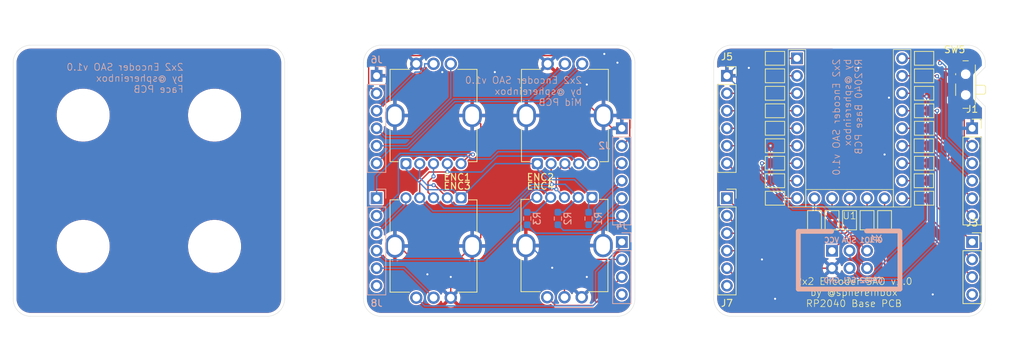
<source format=kicad_pcb>
(kicad_pcb (version 20240108) (generator "pcbnew") (generator_version "8.0")
  (layers (0 "F.Cu" signal) (31 "B.Cu" signal) (34 "B.Paste" user) (35 "F.Paste" user) (36 "B.SilkS" user "B.Silkscreen") (37 "F.SilkS" user "F.Silkscreen") (38 "B.Mask" user) (39 "F.Mask" user) (44 "Edge.Cuts" user))
  (net 0 "")
  (net 1 "GND")
  (net 2 "3v3")
  (net 3 "Net-(J1-Pin_4)")
  (net 4 "Net-(J1-Pin_3)")
  (net 5 "Net-(J1-Pin_5)")
  (net 6 "Net-(J1-Pin_6)")
  (net 10 "Net-(JP1-B)")
  (net 11 "Net-(JP2-B)")
  (net 12 "Net-(JP3-B)")
  (net 13 "Net-(JP4-B)")
  (net 14 "Net-(JP5-B)")
  (net 15 "Net-(JP6-B)")
  (net 16 "/SAO_GPIO1")
  (net 17 "Net-(JP7-B)")
  (net 18 "/SAO_GPIO2")
  (net 19 "Net-(JP8-B)")
  (net 20 "Net-(JP9-B)")
  (net 21 "Net-(JP10-B)")
  (net 22 "Net-(JP11-B)")
  (net 23 "Net-(JP12-B)")
  (net 24 "Net-(JP13-B)")
  (net 25 "Net-(JP14-B)")
  (net 26 "Net-(JP15-A)")
  (net 27 "Net-(JP16-A)")
  (net 28 "/SDA")
  (net 29 "Net-(JP17-A)")
  (net 30 "/SCL")
  (net 31 "Net-(JP18-A)")
  (net 32 "Net-(JP19-A)")
  (net 33 "Net-(JP20-A)")
  (net 34 "Net-(JP21-A)")
  (net 35 "Net-(JP22-A)")
  (net 36 "Net-(JP23-A)")
  (net 37 "Net-(SW5-C)")
  (net 39 "Net-(J3-Pin_1)")
  (net 40 "Net-(J3-Pin_3)")
  (net 41 "Net-(J3-Pin_2)")
  (net 42 "Net-(J5-Pin_5)")
  (net 43 "Net-(J5-Pin_3)")
  (net 44 "Net-(J5-Pin_4)")
  (net 45 "Net-(J5-Pin_6)")
  (net 46 "Net-(J7-Pin_1)")
  (net 48 "Net-(J7-Pin_5)")
  (net 49 "Net-(J7-Pin_4)")
  (net 50 "Net-(J7-Pin_3)")
  (net 51 "Net-(J7-Pin_2)")
  (net 53 "/ENC1A")
  (net 54 "/ENC1B")
  (net 55 "/ENC_SHARED_RED_CATHODE")
  (net 56 "/ENC_SHARED_GREEN_CATHODE")
  (net 57 "/ENC1POS")
  (net 58 "/ENC_SHARED_BLUE_CATHODE")
  (net 59 "/ENC_SHARED_BTN")
  (net 60 "/ENC2POS")
  (net 61 "/ENC2A")
  (net 62 "/ENC2B")
  (net 63 "/ENC3B")
  (net 64 "/ENC3A")
  (net 65 "/ENC4B")
  (net 66 "/ENC4POS")
  (net 67 "/ENC4A")
  (net 68 "/ENC3POS")
  (net 69 "Net-(J2-Pin_4)")
  (net 70 "Net-(J2-Pin_5)")
  (net 71 "Net-(J2-Pin_6)")
  (footprint "Jumper:SolderJumper-2_P1.3mm_Bridged2Bar_Pad1.0x1.5mm" (layer "F.Cu") (at 166.99 43.18)
    (property "Reference" "JP5" (hide yes))
    (property "Value" "SolderJumper_2_Bridged" (hide yes))
  )
  (footprint "RotaryEncoder_Bourns:RotaryEncoder_Bourns_Vertical_PEL12T-4x25S-Sxxxx" (layer "F.Cu") (at 140.461 53.213 -90)
    (property "Reference" "ENC4")
    (property "Value" "RotaryEncoder_Bourns_PEL12T")
  )
  (footprint "Jumper:SolderJumper-2_P1.3mm_Bridged2Bar_Pad1.0x1.5mm" (layer "F.Cu") (at 180.34 56.53 90)
    (property "Reference" "JP13" (hide yes))
    (property "Value" "SolderJumper_2_Bridged" (hide yes))
  )
  (footprint "Connector_PinSocket_2.54mm:PinSocket_1x06_P2.54mm_Vertical" (layer "F.Cu") (at 160.02 53.34)
    (property "Reference" "J7")
    (property "Value" "Conn_01x06_Socket")
  )
  (footprint "Jumper:SolderJumper-2_P1.3mm_Bridged2Bar_Pad1.0x1.5mm" (layer "F.Cu") (at 188.61 53.34)
    (property "Reference" "JP23" (hide yes))
    (property "Value" "SolderJumper_2_Bridged" (hide yes))
  )
  (footprint "Jumper:SolderJumper-2_P1.3mm_Bridged2Bar_Pad1.0x1.5mm" (layer "F.Cu") (at 188.61 38.1)
    (property "Reference" "JP17" (hide yes))
    (property "Value" "SolderJumper_2_Bridged" (hide yes))
  )
  (footprint "Jumper:SolderJumper-2_P1.3mm_Bridged2Bar_Pad1.0x1.5mm" (layer "F.Cu") (at 166.99 33.02)
    (property "Reference" "JP1" (hide yes))
    (property "Value" "SolderJumper_2_Bridged" (hide yes))
  )
  (footprint "kikit:Board" (layer "F.Cu") (at 127.635 31.115)
    (property "Reference" "REF_MIDDLE")
    (property "Value" "Board")
  )
  (footprint "Simple_Addon_v2:Simple_Addon_v2-SAO-2x3" (layer "F.Cu") (at 177.74 62.21)
    (property "Reference" "X1")
    (property "Value" "Simple_Addon_v2")
  )
  (footprint "Jumper:SolderJumper-2_P1.3mm_Bridged2Bar_Pad1.0x1.5mm" (layer "F.Cu") (at 166.99 40.64)
    (property "Reference" "JP4" (hide yes))
    (property "Value" "SolderJumper_2_Bridged" (hide yes))
  )
  (footprint "2x2-SAO:MountingHole_7.2mm" (layer "F.Cu") (at 85.725 60.325)
    (property "Reference" "REF**3" (hide yes))
    (property "Value" "MountingHole_7.2mm" (hide yes))
  )
  (footprint "kikit:Board" (layer "F.Cu") (at 75.565 31.115)
    (property "Reference" "REF_TOP")
    (property "Value" "Board")
  )
  (footprint "Jumper:SolderJumper-2_P1.3mm_Bridged2Bar_Pad1.0x1.5mm" (layer "F.Cu") (at 166.99 35.56)
    (property "Reference" "JP2" (hide yes))
    (property "Value" "SolderJumper_2_Bridged" (hide yes))
  )
  (footprint "Jumper:SolderJumper-2_P1.3mm_Bridged2Bar_Pad1.0x1.5mm" (layer "F.Cu") (at 188.58 50.8)
    (property "Reference" "JP22" (hide yes))
    (property "Value" "SolderJumper_2_Bridged" (hide yes))
  )
  (footprint "kikit:Board" (layer "F.Cu") (at 177.8 31.115)
    (property "Reference" "REF_BOTTOM")
    (property "Value" "Board")
  )
  (footprint "RotaryEncoder_Bourns:RotaryEncoder_Bourns_Vertical_PEL12T-4x25S-Sxxxx" (layer "F.Cu") (at 121.475 53.279 -90)
    (property "Reference" "ENC3")
    (property "Value" "RotaryEncoder_Bourns_PEL12T")
  )
  (footprint "2x2-SAO:MountingHole_7.2mm" (layer "F.Cu") (at 66.675 41.275)
    (property "Reference" "REF**" (hide yes))
    (property "Value" "MountingHole_7.2mm" (hide yes))
  )
  (footprint "2x2-SAO:MountingHole_7.2mm" (layer "F.Cu") (at 66.675 60.325)
    (property "Reference" "REF**2" (hide yes))
    (property "Value" "MountingHole_7.2mm" (hide yes))
  )
  (footprint "Jumper:SolderJumper-2_P1.3mm_Bridged2Bar_Pad1.0x1.5mm" (layer "F.Cu") (at 172.72 56.53 90)
    (property "Reference" "JP10" (hide yes))
    (property "Value" "SolderJumper_2_Bridged" (hide yes))
  )
  (footprint "WaveShare-RP2040:RP2040-Zero-PinHeaders" (layer "F.Cu") (at 177.8 43.18)
    (property "Reference" "U1")
    (property "Value" "RP2040-Zero")
  )
  (footprint "Jumper:SolderJumper-2_P1.3mm_Bridged2Bar_Pad1.0x1.5mm" (layer "F.Cu") (at 188.61 43.18)
    (property "Reference" "JP19" (hide yes))
    (property "Value" "SolderJumper_2_Bridged" (hide yes))
  )
  (footprint "Connector_PinSocket_2.54mm:PinSocket_1x04_P2.54mm_Vertical" (layer "F.Cu") (at 195.58 59.69)
    (property "Reference" "J3")
    (property "Value" "Conn_01x04_Socket")
  )
  (footprint "Jumper:SolderJumper-2_P1.3mm_Bridged2Bar_Pad1.0x1.5mm" (layer "F.Cu") (at 166.99 48.26)
    (property "Reference" "JP7" (hide yes))
    (property "Value" "SolderJumper_2_Bridged" (hide yes))
  )
  (footprint "Jumper:SolderJumper-2_P1.3mm_Bridged2Bar_Pad1.0x1.5mm" (layer "F.Cu") (at 188.61 40.64)
    (property "Reference" "JP18" (hide yes))
    (property "Value" "SolderJumper_2_Bridged" (hide yes))
  )
  (footprint "RotaryEncoder_Bourns:RotaryEncoder_Bourns_Vertical_PEL12T-4x25S-Sxxxx" (layer "F.Cu") (at 132.525 48.321 90)
    (property "Reference" "ENC2")
    (property "Value" "RotaryEncoder_Bourns_PEL12T")
  )
  (footprint "Connector_PinSocket_2.54mm:PinSocket_1x06_P2.54mm_Vertical" (layer "F.Cu") (at 160.02 35.56)
    (property "Reference" "J5")
    (property "Value" "Conn_01x06_Socket" (hide yes))
  )
  (footprint "2x2-SAO:MountingHole_7.2mm" (layer "F.Cu") (at 85.725 41.275)
    (property "Reference" "REF**1" (hide yes))
    (property "Value" "MountingHole_7.2mm" (hide yes))
  )
  (footprint "Jumper:SolderJumper-2_P1.3mm_Bridged2Bar_Pad1.0x1.5mm" (layer "F.Cu") (at 182.88 56.53 90)
    (property "Reference" "JP14" (hide yes))
    (property "Value" "SolderJumper_2_Bridged" (hide yes))
  )
  (footprint "Connector_PinSocket_2.54mm:PinSocket_1x06_P2.54mm_Vertical" (layer "F.Cu") (at 195.58 43.18)
    (property "Reference" "J1")
    (property "Value" "Conn_01x06_Socket")
  )
  (footprint "RotaryEncoder_Bourns:RotaryEncoder_Bourns_Vertical_PEL12T-4x25S-Sxxxx" (layer "F.Cu") (at 113.475 48.321 90)
    (property "Reference" "ENC1")
    (property "Value" "RotaryEncoder_Bourns_PEL12T")
  )
  (footprint "Jumper:SolderJumper-2_P1.3mm_Bridged2Bar_Pad1.0x1.5mm" (layer "F.Cu") (at 188.61 48.26)
    (property "Reference" "JP21" (hide yes))
    (property "Value" "SolderJumper_2_Bridged" (hide yes))
  )
  (footprint "Jumper:SolderJumper-2_P1.3mm_Bridged2Bar_Pad1.0x1.5mm" (layer "F.Cu") (at 175.26 56.53 90)
    (property "Reference" "JP11" (hide yes))
    (property "Value" "SolderJumper_2_Bridged" (hide yes))
  )
  (footprint "Jumper:SolderJumper-2_P1.3mm_Bridged2Bar_Pad1.0x1.5mm" (layer "F.Cu") (at 166.99 53.34)
    (property "Reference" "JP9" (hide yes))
    (property "Value" "SolderJumper_2_Bridged" (hide yes))
  )
  (footprint "Jumper:SolderJumper-2_P1.3mm_Bridged2Bar_Pad1.0x1.5mm" (layer "F.Cu") (at 177.8 56.53 90)
    (property "Reference" "JP12" (hide yes))
    (property "Value" "SolderJumper_2_Bridged" (hide yes))
  )
  (footprint "Jumper:SolderJumper-2_P1.3mm_Bridged2Bar_Pad1.0x1.5mm" (layer "F.Cu") (at 188.61 33.02)
    (property "Reference" "JP15" (hide yes))
    (property "Value" "SolderJumper_2_Bridged" (hide yes))
  )
  (footprint "Jumper:SolderJumper-2_P1.3mm_Bridged2Bar_Pad1.0x1.5mm" (layer "F.Cu") (at 166.99 38.1)
    (property "Reference" "JP3" (hide yes))
    (property "Value" "SolderJumper_2_Bridged" (hide yes))
  )
  (footprint "Jumper:SolderJumper-2_P1.3mm_Bridged2Bar_Pad1.0x1.5mm" (layer "F.Cu") (at 166.99 50.8)
    (property "Reference" "JP8" (hide yes))
    (property "Value" "SolderJumper_2_Bridged" (hide yes))
  )
  (footprint "Jumper:SolderJumper-2_P1.3mm_Bridged2Bar_Pad1.0x1.5mm" (layer "F.Cu") (at 188.58 45.72)
    (property "Reference" "JP20" (hide yes))
    (property "Value" "SolderJumper_2_Bridged" (hide yes))
  )
  (footprint "Jumper:SolderJumper-2_P1.3mm_Bridged2Bar_Pad1.0x1.5mm" (layer "F.Cu") (at 188.61 35.56)
    (property "Reference" "JP16" (hide yes))
    (property "Value" "SolderJumper_2_Bridged" (hide yes))
  )
  (footprint "Jumper:SolderJumper-2_P1.3mm_Bridged2Bar_Pad1.0x1.5mm" (layer "F.Cu") (at 166.99 45.72)
    (property "Reference" "JP6" (hide yes))
    (property "Value" "SolderJumper_2_Bridged" (hide yes))
  )
  (footprint "Button_Switch_SMD:SW_SPDT_PCM12" (layer "F.Cu") (at 194.31 36.83 90)
    (property "Reference" "SW5")
    (property "Value" "SW_SPDT")
  )
  (footprint "Connector_PinHeader_2.54mm:PinHeader_1x06_P2.54mm_Vertical" (layer "B.Cu") (at 109.22 35.56 180)
    (property "Reference" "J6")
    (property "Value" "Conn_01x06_Pin")
  )
  (footprint "Connector_PinHeader_2.54mm:PinHeader_1x04_P2.54mm_Vertical" (layer "B.Cu") (at 144.78 59.69 180)
    (property "Reference" "J4")
    (property "Value" "Conn_01x04_Pin")
  )
  (footprint "Resistor_SMD:R_0603_1608Metric_Pad0.98x0.95mm_HandSolder" (layer "B.Cu") (at 139.954 56.2845 90)
    (property "Reference" "R1")
    (property "Value" "52R")
  )
  (footprint "Connector_PinHeader_2.54mm:PinHeader_1x06_P2.54mm_Vertical" (layer "B.Cu") (at 144.78 43.18 180)
    (property "Reference" "J2")
    (property "Value" "Conn_01x06_Pin")
  )
  (footprint "Resistor_SMD:R_0603_1608Metric_Pad0.98x0.95mm_HandSolder" (layer "B.Cu") (at 135.509 56.2845 90)
    (property "Reference" "R2")
    (property "Value" "0R")
  )
  (footprint "Connector_PinHeader_2.54mm:PinHeader_1x06_P2.54mm_Vertical" (layer "B.Cu") (at 109.22 53.34 180)
    (property "Reference" "J8")
    (property "Value" "Conn_01x06_Pin" (hide yes))
  )
  (footprint "Resistor_SMD:R_0603_1608Metric_Pad0.98x0.95mm_HandSolder" (layer "B.Cu") (at 131.064 56.2845 90)
    (property "Reference" "R3")
    (property "Value" "0R")
  )
  (gr_arc (start 146.685 67.945) (mid 145.941051 69.741051) (end 144.145 70.485) (stroke (width 0.05)) (layer "Edge.Cuts"))
  (gr_line (start 194.945 70.485) (end 160.655 70.485) (stroke (width 0.05)) (layer "Edge.Cuts"))
  (gr_line (start 160.655 31.115) (end 194.945 31.115) (stroke (width 0.05)) (layer "Edge.Cuts"))
  (gr_arc (start 194.945 31.115) (mid 196.741051 31.858949) (end 197.485 33.655) (stroke (width 0.05)) (layer "Edge.Cuts"))
  (gr_line (start 93.345 70.485) (end 59.055 70.485) (stroke (width 0.05)) (layer "Edge.Cuts"))
  (gr_line (start 56.515 67.945) (end 56.515 33.655) (stroke (width 0.05)) (layer "Edge.Cuts"))
  (gr_line (start 109.855 31.115) (end 144.145 31.115) (stroke (width 0.05)) (layer "Edge.Cuts"))
  (gr_line (start 146.685 33.655) (end 146.685 67.945) (stroke (width 0.05)) (layer "Edge.Cuts"))
  (gr_line (start 197.485 33.655) (end 197.485 34.29) (stroke (width 0.05)) (layer "Edge.Cuts"))
  (gr_line (start 107.315 67.945) (end 107.315 33.655) (stroke (width 0.05)) (layer "Edge.Cuts"))
  (gr_arc (start 160.655 70.485) (mid 158.858949 69.741051) (end 158.115 67.945) (stroke (width 0.05)) (layer "Edge.Cuts"))
  (gr_arc (start 95.885 67.945) (mid 95.141051 69.741051) (end 93.345 70.485) (stroke (width 0.05)) (layer "Edge.Cuts"))
  (gr_arc (start 107.315 33.655) (mid 108.058949 31.858949) (end 109.855 31.115) (stroke (width 0.05)) (layer "Edge.Cuts"))
  (gr_line (start 59.055 31.115) (end 93.345 31.115) (stroke (width 0.05)) (layer "Edge.Cuts"))
  (gr_arc (start 144.145 31.115) (mid 145.941051 31.858949) (end 146.685 33.655) (stroke (width 0.05)) (layer "Edge.Cuts"))
  (gr_arc (start 59.055 70.485) (mid 57.258949 69.741051) (end 56.515 67.945) (stroke (width 0.05)) (layer "Edge.Cuts"))
  (gr_arc (start 56.515 33.655) (mid 57.258949 31.858949) (end 59.055 31.115) (stroke (width 0.05)) (layer "Edge.Cuts"))
  (gr_line (start 196.215 35.56) (end 196.215 38.735) (stroke (width 0.05)) (layer "Edge.Cuts"))
  (gr_arc (start 158.115 33.655) (mid 158.858949 31.858949) (end 160.655 31.115) (stroke (width 0.05)) (layer "Edge.Cuts"))
  (gr_line (start 197.485 40.005) (end 197.485 67.945) (stroke (width 0.05)) (layer "Edge.Cuts"))
  (gr_line (start 197.485 34.29) (end 196.215 35.56) (stroke (width 0.05)) (layer "Edge.Cuts"))
  (gr_line (start 144.145 70.485) (end 109.855 70.485) (stroke (width 0.05)) (layer "Edge.Cuts"))
  (gr_arc (start 109.855 70.485) (mid 108.058949 69.741051) (end 107.315 67.945) (stroke (width 0.05)) (layer "Edge.Cuts"))
  (gr_line (start 158.115 67.945) (end 158.115 33.655) (stroke (width 0.05)) (layer "Edge.Cuts"))
  (gr_arc (start 93.345 31.115) (mid 95.141051 31.858949) (end 95.885 33.655) (stroke (width 0.05)) (layer "Edge.Cuts"))
  (gr_line (start 95.885 33.655) (end 95.885 67.945) (stroke (width 0.05)) (layer "Edge.Cuts"))
  (gr_arc (start 197.485 67.945) (mid 196.741051 69.741051) (end 194.945 70.485) (stroke (width 0.05)) (layer "Edge.Cuts"))
  (gr_line (start 196.215 38.735) (end 197.485 40.005) (stroke (width 0.05)) (layer "Edge.Cuts"))
  (gr_text "2x2 Encoder SAO v1.0\nby @sphereinbox\nMid PCB" (at 139.065 40.005 0) (layer "B.SilkS") (effects (font (size 1 1) (thickness 0.1)) (justify left bottom mirror)))
  (gr_text "2x2 Encoder SAO v1.0\nby @sphereinbox\nFace PCB" (at 81.28 38.1 0) (layer "B.SilkS") (effects (font (size 1 1) (thickness 0.1)) (justify left bottom mirror)))
  (gr_text "2x2 Encoder SAO v1.0\nby @sphereinbox\nRP2040 Base PCB" (at 179.705 33.02 90) (layer "B.SilkS") (effects (font (size 1 1) (thickness 0.1)) (justify left bottom mirror)))
  (gr_text "2x2 Encoder SAO v1.0\nby @sphereinbox\nRP2040 Base PCB" (at 178.435 69.215 0) (layer "F.SilkS") (effects (font (size 1 1) (thickness 0.1)) (justify bottom)))
  (segment (start 123.075 60.279) (end 130.795 60.279) (width 0.2) (layer "F.Cu") (net 1))
  (segment (start 175.26 63.5) (end 166.37 63.5) (width 0.2) (layer "F.Cu") (net 1))
  (segment (start 116.175 35.021) (end 114.975 33.821) (width 0.2) (layer "F.Cu") (net 1))
  (segment (start 130.795 60.279) (end 130.861 60.213) (width 0.2) (layer "F.Cu") (net 1))
  (segment (start 126.365 35.021) (end 124.46 35.021) (width 0.2) (layer "F.Cu") (net 1))
  (segment (start 132.825 35.021) (end 126.365 35.021) (width 0.2) (layer "F.Cu") (net 1))
  (segment (start 116.5855 64.3895) (end 119.975 67.779) (width 0.2) (layer "F.Cu") (net 1))
  (segment (start 123.075 41.321) (end 130.925 41.321) (width 0.2) (layer "F.Cu") (net 1))
  (segment (start 166.37 63.5) (end 165.1 62.23) (width 0.2) (layer "F.Cu") (net 1))
  (segment (start 143.384 43.18) (end 134.025 33.821) (width 0.2) (layer "F.Cu") (net 1))
  (segment (start 113.236 35.56) (end 114.975 33.821) (width 0.2) (layer "F.Cu") (net 1))
  (segment (start 124.325 59.029) (end 124.325 42.571) (width 0.2) (layer "F.Cu") (net 1))
  (segment (start 112.475 60.279) (end 116.5855 64.3895) (width 0.2) (layer "F.Cu") (net 1))
  (segment (start 123.075 60.279) (end 124.325 59.029) (width 0.2) (layer "F.Cu") (net 1))
  (segment (start 118.745 35.021) (end 116.175 35.021) (width 0.2) (layer "F.Cu") (net 1))
  (segment (start 160.02 35.56) (end 166.34 35.56) (width 0.2) (layer "F.Cu") (net 1))
  (segment (start 134.025 33.821) (end 132.825 35.021) (width 0.2) (layer "F.Cu") (net 1))
  (segment (start 144.78 43.18) (end 143.384 43.18) (width 0.2) (layer "F.Cu") (net 1))
  (segment (start 124.325 42.571) (end 123.075 41.321) (width 0.2) (layer "F.Cu") (net 1))
  (segment (start 119.975 64.77) (end 119.975 63.379) (width 0.2) (layer "F.Cu") (net 1))
  (segment (start 111.875 60.279) (end 112.475 60.279) (width 0.2) (layer "F.Cu") (net 1))
  (segment (start 124.46 35.021) (end 123.075 36.406) (width 0.2) (layer "F.Cu") (net 1))
  (segment (start 124.46 35.021) (end 118.745 35.021) (width 0.2) (layer "F.Cu") (net 1))
  (segment (start 119.975 63.379) (end 123.075 60.279) (width 0.2) (layer "F.Cu") (net 1))
  (segment (start 109.22 35.56) (end 113.236 35.56) (width 0.2) (layer "F.Cu") (net 1))
  (segment (start 123.075 36.406) (end 123.075 41.321) (width 0.2) (layer "F.Cu") (net 1))
  (segment (start 119.975 67.779) (end 119.975 64.77) (width 0.2) (layer "F.Cu") (net 1))
  (via (at 142.24 32.385) (size 0.6) (drill 0.3) (layers "F.Cu" "B.Cu") (net 1))
  (via (at 139.7 36.83) (size 0.6) (drill 0.3) (layers "F.Cu" "B.Cu") (net 1))
  (via (at 183.515 38.735) (size 0.6) (drill 0.3) (layers "F.Cu" "B.Cu") (net 1))
  (via (at 118.745 35.021) (size 0.6) (drill 0.3) (layers "F.Cu" "B.Cu") (net 1))
  (via (at 134.684 63.436) (size 0.6) (drill 0.3) (layers "F.Cu" "B.Cu") (net 1))
  (via (at 119.975 64.77) (size 0.6) (drill 0.3) (layers "F.Cu" "B.Cu") (net 1))
  (via (at 116.5855 64.3895) (size 0.6) (drill 0.3) (layers "F.Cu" "B.Cu") (net 1))
  (via (at 165.1 62.23) (size 0.6) (drill 0.3) (layers "F.Cu" "B.Cu") (net 1))
  (via (at 182.88 46.99) (size 0.6) (drill 0.3) (layers "F.Cu" "B.Cu") (net 1))
  (via (at 189.865 67.31) (size 0.6) (drill 0.3) (layers "F.Cu" "B.Cu") (net 1))
  (via (at 167.005 67.945) (size 0.6) (drill 0.3) (layers "F.Cu" "B.Cu") (net 1))
  (via (at 163.195 34.4091) (size 0.6) (drill 0.3) (layers "F.Cu" "B.Cu") (net 1))
  (via (at 139.7 64.77) (size 0.6) (drill 0.3) (layers "F.Cu" "B.Cu") (net 1))
  (via (at 179.07 34.4091) (size 0.6) (drill 0.3) (layers "F.Cu" "B.Cu") (net 1))
  (via (at 144.145 33.655) (size 0.6) (drill 0.3) (layers "F.Cu" "B.Cu") (net 1))
  (via (at 126.365 35.021) (size 0.6) (drill 0.3) (layers "F.Cu" "B.Cu") (net 1))
  (segment (start 193.04 34.925) (end 193.04 42.545) (width 0.2) (layer "B.Cu") (net 1))
  (segment (start 193.675 43.18) (end 195.58 43.18) (width 0.2) (layer "B.Cu") (net 1))
  (segment (start 164.5 61.63) (end 164.5 40.04) (width 0.2) (layer "B.Cu") (net 1))
  (segment (start 191.135 33.02) (end 193.04 34.925) (width 0.2) (layer "B.Cu") (net 1))
  (segment (start 134.684 63.436) (end 138.961 67.713) (width 0.2) (layer "B.Cu") (net 1))
  (segment (start 189.1109 34.4091) (end 190.5 33.02) (width 0.2) (layer "B.Cu") (net 1))
  (segment (start 190.5 33.02) (end 191.135 33.02) (width 0.2) (layer "B.Cu") (net 1))
  (segment (start 163.195 34.4091) (end 179.07 34.4091) (width 0.2) (layer "B.Cu") (net 1))
  (segment (start 161.1709 34.4091) (end 163.195 34.4091) (width 0.2) (layer "B.Cu") (net 1))
  (segment (start 131.461 60.213) (end 134.684 63.436) (width 0.2) (layer "B.Cu") (net 1))
  (segment (start 193.04 42.545) (end 193.675 43.18) (width 0.2) (layer "B.Cu") (net 1))
  (segment (start 160.02 35.56) (end 161.1709 34.4091) (width 0.2) (layer "B.Cu") (net 1))
  (segment (start 130.861 60.213) (end 131.461 60.213) (width 0.2) (layer "B.Cu") (net 1))
  (segment (start 164.5 40.04) (end 160.02 35.56) (width 0.2) (layer "B.Cu") (net 1))
  (segment (start 165.1 62.23) (end 164.5 61.63) (width 0.2) (layer "B.Cu") (net 1))
  (segment (start 179.07 34.4091) (end 189.1109 34.4091) (width 0.2) (layer "B.Cu") (net 1))
  (segment (start 166.5409 36.9491) (end 166.34 37.15) (width 0.2) (layer "F.Cu") (net 2))
  (segment (start 195.44 37.325) (end 194.195 36.08) (width 0.2) (layer "F.Cu") (net 2))
  (segment (start 194.23 33.575) (end 194.23 32.38) (width 0.2) (layer "F.Cu") (net 2))
  (segment (start 195.44 34.785) (end 194.23 33.575) (width 0.2) (layer "F.Cu") (net 2))
  (segment (start 145.93 44.57) (end 144.78 45.72) (width 0.2) (layer "F.Cu") (net 2))
  (segment (start 166.34 38.1) (end 160.02 38.1) (width 0.2) (layer "F.Cu") (net 2))
  (segment (start 194.23 32.38) (end 193.7191 31.8691) (width 0.2) (layer "F.Cu") (net 2))
  (segment (start 170.6959 36.9491) (end 166.5409 36.9491) (width 0.2) (layer "F.Cu") (net 2))
  (segment (start 192.93 36.13) (end 195.045 36.13) (width 0.2) (layer "F.Cu") (net 2))
  (segment (start 194.43 44.57) (end 194.43 39.671371) (width 0.2) (layer "F.Cu") (net 2))
  (segment (start 109.619 32.621) (end 140.571 32.621) (width 0.2) (layer "F.Cu") (net 2))
  (segment (start 140.571 32.621) (end 145.93 37.98) (width 0.2) (layer "F.Cu") (net 2))
  (segment (start 195.44 35.735) (end 195.44 34.785) (width 0.2) (layer "F.Cu") (net 2))
  (segment (start 166.34 37.15) (end 166.34 38.1) (width 0.2) (layer "F.Cu") (net 2))
  (segment (start 109.22 38.1) (end 108.07 36.95) (width 0.2) (layer "F.Cu") (net 2))
  (segment (start 195.045 36.13) (end 195.44 35.735) (width 0.2) (layer "F.Cu") (net 2))
  (segment (start 145.93 37.98) (end 145.93 44.57) (width 0.2) (layer "F.Cu") (net 2))
  (segment (start 195.44 38.661371) (end 195.44 37.325) (width 0.2) (layer "F.Cu") (net 2))
  (segment (start 193.7191 31.8691) (end 175.7759 31.8691) (width 0.2) (layer "F.Cu") (net 2))
  (segment (start 194.43 39.671371) (end 195.44 38.661371) (width 0.2) (layer "F.Cu") (net 2))
  (segment (start 108.07 34.17) (end 109.619 32.621) (width 0.2) (layer "F.Cu") (net 2))
  (segment (start 175.7759 31.8691) (end 170.6959 36.9491) (width 0.2) (layer "F.Cu") (net 2))
  (segment (start 108.07 36.95) (end 108.07 34.17) (width 0.2) (layer "F.Cu") (net 2))
  (segment (start 195.58 45.72) (end 194.43 44.57) (width 0.2) (layer "F.Cu") (net 2))
  (segment (start 192.88 36.08) (end 192.93 36.13) (width 0.2) (layer "F.Cu") (net 2))
  (segment (start 194.195 36.08) (end 192.88 36.08) (width 0.2) (layer "F.Cu") (net 2))
  (segment (start 189.26 35.56) (end 190.432524 35.56) (width 0.2) (layer "F.Cu") (net 3))
  (segment (start 190.432524 35.56) (end 190.48809 35.615566) (width 0.2) (layer "F.Cu") (net 3))
  (via (at 190.48809 35.615566) (size 0.6) (drill 0.3) (layers "F.Cu" "B.Cu") (net 3))
  (segment (start 195.58 50.8) (end 191.15 46.37) (width 0.2) (layer "B.Cu") (net 3))
  (segment (start 191.15 36.277476) (end 190.48809 35.615566) (width 0.2) (layer "B.Cu") (net 3))
  (segment (start 191.15 46.37) (end 191.15 36.277476) (width 0.2) (layer "B.Cu") (net 3))
  (segment (start 190.91269 33.43269) (end 190.91269 33.71693) (width 0.2) (layer "F.Cu") (net 4))
  (segment (start 190.5 33.02) (end 190.91269 33.43269) (width 0.2) (layer "F.Cu") (net 4))
  (segment (start 189.26 33.02) (end 190.5 33.02) (width 0.2) (layer "F.Cu") (net 4))
  (via (at 190.91269 33.71693) (size 0.6) (drill 0.3) (layers "F.Cu" "B.Cu") (net 4))
  (segment (start 195.58 48.26) (end 191.77 44.45) (width 0.2) (layer "B.Cu") (net 4))
  (segment (start 191.77 44.45) (end 191.77 34.220686) (width 0.2) (layer "B.Cu") (net 4))
  (segment (start 191.266244 33.71693) (end 190.91269 33.71693) (width 0.2) (layer "B.Cu") (net 4))
  (segment (start 191.77 34.220686) (end 191.266244 33.71693) (width 0.2) (layer "B.Cu") (net 4))
  (segment (start 192.17 46.09) (end 189.26 43.18) (width 0.2) (layer "F.Cu") (net 5))
  (segment (start 192.17 49.93) (end 192.17 46.09) (width 0.2) (layer "F.Cu") (net 5))
  (segment (start 195.58 53.34) (end 192.17 49.93) (width 0.2) (layer "F.Cu") (net 5))
  (segment (start 191.77 48.26) (end 191.77 52.07) (width 0.2) (layer "F.Cu") (net 6))
  (segment (start 189.23 45.72) (end 191.77 48.26) (width 0.2) (layer "F.Cu") (net 6))
  (segment (start 191.77 52.07) (end 195.58 55.88) (width 0.2) (layer "F.Cu") (net 6))
  (segment (start 170.18 33.02) (end 167.64 33.02) (width 0.2) (layer "F.Cu") (net 10))
  (segment (start 167.64 35.56) (end 170.18 35.56) (width 0.2) (layer "F.Cu") (net 11))
  (segment (start 170.18 38.1) (end 167.64 38.1) (width 0.2) (layer "F.Cu") (net 12))
  (segment (start 167.64 40.64) (end 170.18 40.64) (width 0.2) (layer "F.Cu") (net 13))
  (segment (start 170.18 43.18) (end 167.64 43.18) (width 0.2) (layer "F.Cu") (net 14))
  (segment (start 167.64 45.72) (end 170.18 45.72) (width 0.2) (layer "F.Cu") (net 15))
  (via (at 166.34 45.72) (size 0.6) (drill 0.3) (layers "F.Cu" "B.Cu") (net 16))
  (segment (start 169.703281 54.4909) (end 166.34 51.127619) (width 0.2) (layer "B.Cu") (net 16))
  (segment (start 166.34 51.127619) (end 166.34 45.72) (width 0.2) (layer "B.Cu") (net 16))
  (segment (start 180.34 60.96) (end 173.8709 54.4909) (width 0.2) (layer "B.Cu") (net 16))
  (segment (start 173.8709 54.4909) (end 169.703281 54.4909) (width 0.2) (layer "B.Cu") (net 16))
  (segment (start 170.18 48.26) (end 167.64 48.26) (width 0.2) (layer "F.Cu") (net 17))
  (segment (start 165.1 48.26) (end 166.34 48.26) (width 0.2) (layer "F.Cu") (net 18))
  (via (at 165.1 48.26) (size 0.6) (drill 0.3) (layers "F.Cu" "B.Cu") (net 18))
  (segment (start 165.1 50.453305) (end 165.1 48.26) (width 0.2) (layer "B.Cu") (net 18))
  (segment (start 169.537595 54.8909) (end 165.1 50.453305) (width 0.2) (layer "B.Cu") (net 18))
  (segment (start 173.376479 54.8909) (end 169.537595 54.8909) (width 0.2) (layer "B.Cu") (net 18))
  (segment (start 178.9636 60.478021) (end 173.376479 54.8909) (width 0.2) (layer "B.Cu") (net 18))
  (segment (start 178.9636 62.1236) (end 178.9636 60.478021) (width 0.2) (layer "B.Cu") (net 18))
  (segment (start 180.34 63.5) (end 178.9636 62.1236) (width 0.2) (layer "B.Cu") (net 18))
  (segment (start 167.64 50.8) (end 170.18 50.8) (width 0.2) (layer "F.Cu") (net 19))
  (segment (start 170.18 53.34) (end 167.64 53.34) (width 0.2) (layer "F.Cu") (net 20))
  (segment (start 172.72 53.34) (end 172.72 55.88) (width 0.2) (layer "F.Cu") (net 21))
  (segment (start 175.26 53.34) (end 175.26 55.88) (width 0.2) (layer "F.Cu") (net 22))
  (segment (start 177.8 53.34) (end 177.8 55.88) (width 0.2) (layer "F.Cu") (net 23))
  (segment (start 180.34 53.34) (end 180.34 55.88) (width 0.2) (layer "F.Cu") (net 24))
  (segment (start 182.88 53.34) (end 182.88 55.88) (width 0.2) (layer "F.Cu") (net 25))
  (segment (start 185.42 33.02) (end 187.96 33.02) (width 0.2) (layer "F.Cu") (net 26))
  (segment (start 187.96 35.56) (end 185.42 35.56) (width 0.2) (layer "F.Cu") (net 27))
  (via (at 188.975803 38.551471) (size 0.6) (drill 0.3) (layers "F.Cu" "B.Cu") (net 28))
  (segment (start 179.07 63.875579) (end 179.858021 64.6636) (width 0.2) (layer "B.Cu") (net 28))
  (segment (start 177.8 60.96) (end 177.8 61.854421) (width 0.2) (layer "B.Cu") (net 28))
  (segment (start 179.07 63.124421) (end 179.07 63.875579) (width 0.2) (layer "B.Cu") (net 28))
  (segment (start 179.858021 64.6636) (end 180.821979 64.6636) (width 0.2) (layer "B.Cu") (net 28))
  (segment (start 188.975803 56.509776) (end 188.975803 38.551471) (width 0.2) (layer "B.Cu") (net 28))
  (segment (start 177.8 61.854421) (end 179.07 63.124421) (width 0.2) (layer "B.Cu") (net 28))
  (segment (start 180.821979 64.6636) (end 188.975803 56.509776) (width 0.2) (layer "B.Cu") (net 28))
  (segment (start 185.42 38.1) (end 187.96 38.1) (width 0.2) (layer "F.Cu") (net 29))
  (segment (start 190.5 40.64) (end 189.26 40.64) (width 0.2) (layer "F.Cu") (net 30))
  (via (at 190.5 40.64) (size 0.6) (drill 0.3) (layers "F.Cu" "B.Cu") (net 30))
  (segment (start 185.1264 65.0636) (end 190.5 59.69) (width 0.2) (layer "B.Cu") (net 30))
  (segment (start 190.5 59.69) (end 190.5 40.64) (width 0.2) (layer "B.Cu") (net 30))
  (segment (start 177.8 63.5) (end 179.3636 65.0636) (width 0.2) (layer "B.Cu") (net 30))
  (segment (start 179.3636 65.0636) (end 185.1264 65.0636) (width 0.2) (layer "B.Cu") (net 30))
  (segment (start 187.96 40.64) (end 185.42 40.64) (width 0.2) (layer "F.Cu") (net 31))
  (segment (start 185.42 43.18) (end 187.96 43.18) (width 0.2) (layer "F.Cu") (net 32))
  (segment (start 187.93 45.72) (end 185.42 45.72) (width 0.2) (layer "F.Cu") (net 33))
  (segment (start 185.42 48.26) (end 187.96 48.26) (width 0.2) (layer "F.Cu") (net 34))
  (segment (start 187.93 50.8) (end 185.42 50.8) (width 0.2) (layer "F.Cu") (net 35))
  (segment (start 185.42 53.34) (end 187.96 53.34) (width 0.2) (layer "F.Cu") (net 36))
  (segment (start 190.566521 34.29) (end 184.785 34.29) (width 0.2) (layer "F.Cu") (net 37))
  (segment (start 190.856521 34.58) (end 190.566521 34.29) (width 0.2) (layer "F.Cu") (net 37))
  (segment (start 192.88 34.58) (end 190.856521 34.58) (width 0.2) (layer "F.Cu") (net 37))
  (segment (start 181.015 58.38) (end 177.84 58.38) (width 0.2) (layer "F.Cu") (net 37))
  (segment (start 177.84 58.38) (end 175.26 60.96) (width 0.2) (layer "F.Cu") (net 37))
  (segment (start 181.61 37.465) (end 181.61 57.785) (width 0.2) (layer "F.Cu") (net 37))
  (segment (start 184.785 34.29) (end 181.61 37.465) (width 0.2) (layer "F.Cu") (net 37))
  (segment (start 181.61 57.785) (end 181.015 58.38) (width 0.2) (layer "F.Cu") (net 37))
  (segment (start 190.46 49.46) (end 190.46 54.57) (width 0.2) (layer "F.Cu") (net 39))
  (segment (start 189.26 48.26) (end 190.46 49.46) (width 0.2) (layer "F.Cu") (net 39))
  (segment (start 190.46 54.57) (end 195.58 59.69) (width 0.2) (layer "F.Cu") (net 39))
  (segment (start 189.26 58.45) (end 195.58 64.77) (width 0.2) (layer "F.Cu") (net 40))
  (segment (start 189.26 53.34) (end 189.26 58.45) (width 0.2) (layer "F.Cu") (net 40))
  (segment (start 189.23 50.8) (end 190.06 51.63) (width 0.2) (layer "F.Cu") (net 41))
  (segment (start 190.06 56.71) (end 195.58 62.23) (width 0.2) (layer "F.Cu") (net 41))
  (segment (start 190.06 51.63) (end 190.06 56.71) (width 0.2) (layer "F.Cu") (net 41))
  (segment (start 160.02 45.72) (end 161.26 45.72) (width 0.2) (layer "F.Cu") (net 42))
  (segment (start 161.26 45.72) (end 166.34 50.8) (width 0.2) (layer "F.Cu") (net 42))
  (segment (start 166.34 40.64) (end 160.02 40.64) (width 0.2) (layer "F.Cu") (net 43))
  (segment (start 166.34 43.18) (end 160.02 43.18) (width 0.2) (layer "F.Cu") (net 44))
  (segment (start 160.02 48.26) (end 165.1 53.34) (width 0.2) (layer "F.Cu") (net 45))
  (segment (start 165.1 53.34) (end 166.34 53.34) (width 0.2) (layer "F.Cu") (net 45))
  (segment (start 163.86 57.18) (end 172.72 57.18) (width 0.2) (layer "F.Cu") (net 46))
  (segment (start 160.02 53.34) (end 163.86 57.18) (width 0.2) (layer "F.Cu") (net 46))
  (segment (start 161.69 65.17) (end 160.02 63.5) (width 0.2) (layer "F.Cu") (net 48))
  (segment (start 182.88 63.665686) (end 181.375686 65.17) (width 0.2) (layer "F.Cu") (net 48))
  (segment (start 181.375686 65.17) (end 161.69 65.17) (width 0.2) (layer "F.Cu") (net 48))
  (segment (start 182.88 57.18) (end 182.88 63.665686) (width 0.2) (layer "F.Cu") (net 48))
  (segment (start 160.02 60.96) (end 171.921372 60.96) (width 0.2) (layer "F.Cu") (net 49))
  (segment (start 171.921372 60.96) (end 174.461372 58.42) (width 0.2) (layer "F.Cu") (net 49))
  (segment (start 177.674314 57.98) (end 179.54 57.98) (width 0.2) (layer "F.Cu") (net 49))
  (segment (start 174.461372 58.42) (end 177.234314 58.42) (width 0.2) (layer "F.Cu") (net 49))
  (segment (start 179.54 57.98) (end 180.34 57.18) (width 0.2) (layer "F.Cu") (net 49))
  (segment (start 177.234314 58.42) (end 177.674314 57.98) (width 0.2) (layer "F.Cu") (net 49))
  (segment (start 160.02 58.42) (end 173.895686 58.42) (width 0.2) (layer "F.Cu") (net 50))
  (segment (start 173.895686 58.42) (end 174.295686 58.02) (width 0.2) (layer "F.Cu") (net 50))
  (segment (start 174.295686 58.02) (end 176.96 58.02) (width 0.2) (layer "F.Cu") (net 50))
  (segment (start 176.96 58.02) (end 177.8 57.18) (width 0.2) (layer "F.Cu") (net 50))
  (segment (start 174.57 57.18) (end 173.73 58.02) (width 0.2) (layer "F.Cu") (net 51))
  (segment (start 173.73 58.02) (end 162.16 58.02) (width 0.2) (layer "F.Cu") (net 51))
  (segment (start 162.16 58.02) (end 160.02 55.88) (width 0.2) (layer "F.Cu") (net 51))
  (segment (start 175.26 57.18) (end 174.57 57.18) (width 0.2) (layer "F.Cu") (net 51))
  (segment (start 114.3 44.45) (end 119.975 38.775) (width 0.2) (layer "B.Cu") (net 53))
  (segment (start 109.22 43.18) (end 110.49 44.45) (width 0.2) (layer "B.Cu") (net 53))
  (segment (start 119.975 38.775) (end 119.975 33.821) (width 0.2) (layer "B.Cu") (net 53))
  (segment (start 110.49 44.45) (end 114.3 44.45) (width 0.2) (layer "B.Cu") (net 53))
  (segment (start 114.839 35.021) (end 115.472057 35.021) (width 0.2) (layer "B.Cu") (net 54))
  (segment (start 115.472057 35.021) (end 116.175 34.318057) (width 0.2) (layer "B.Cu") (net 54))
  (segment (start 116.175 34.318057) (end 116.175 33.821) (width 0.2) (layer "B.Cu") (net 54))
  (segment (start 116.175 33.821) (end 117.475 33.821) (width 0.2) (layer "B.Cu") (net 54))
  (segment (start 109.22 40.64) (end 114.839 35.021) (width 0.2) (layer "B.Cu") (net 54))
  (segment (start 116.454001 52.1) (end 113.475 49.120999) (width 0.2) (layer "B.Cu") (net 55))
  (segment (start 137.911003 50.663003) (end 134.067004 50.663003) (width 0.2) (layer "B.Cu") (net 55))
  (segment (start 120.296 52.1) (end 116.454001 52.1) (width 0.2) (layer "B.Cu") (net 55))
  (segment (start 140.461 53.213) (end 137.911003 50.663003) (width 0.2) (layer "B.Cu") (net 55))
  (segment (start 126.433 48.321) (end 121.475 53.279) (width 0.2) (layer "B.Cu") (net 55))
  (segment (start 132.525 49.120999) (end 132.525 48.321) (width 0.2) (layer "B.Cu") (net 55))
  (segment (start 140.461 53.213) (end 139.954 53.72) (width 0.2) (layer "B.Cu") (net 55))
  (segment (start 113.475 49.120999) (end 113.475 48.321) (width 0.2) (layer "B.Cu") (net 55))
  (segment (start 134.067004 50.663003) (end 132.525 49.120999) (width 0.2) (layer "B.Cu") (net 55))
  (segment (start 121.475 53.279) (end 120.296 52.1) (width 0.2) (layer "B.Cu") (net 55))
  (segment (start 139.954 53.72) (end 139.954 55.372) (width 0.2) (layer "B.Cu") (net 55))
  (segment (start 132.525 48.321) (end 126.433 48.321) (width 0.2) (layer "B.Cu") (net 55))
  (segment (start 117.646 51.45) (end 117.489723 51.45) (width 0.2) (layer "F.Cu") (net 56))
  (segment (start 119.475 53.279) (end 117.646 51.45) (width 0.2) (layer "F.Cu") (net 56))
  (segment (start 134.525 48.321) (end 134.525 51.218003) (width 0.2) (layer "F.Cu") (net 56))
  (segment (start 134.525 51.218003) (end 134.62 51.313003) (width 0.2) (layer "F.Cu") (net 56))
  (via (at 117.489723 51.45) (size 0.6) (drill 0.3) (layers "F.Cu" "B.Cu") (net 56))
  (via (at 134.62 51.313003) (size 0.6) (drill 0.3) (layers "F.Cu" "B.Cu") (net 56))
  (segment (start 115.475 48.321) (end 115.475 50.354239) (width 0.2) (layer "B.Cu") (net 56))
  (segment (start 120.575 54.379) (end 128.501 54.379) (width 0.2) (layer "B.Cu") (net 56))
  (segment (start 136.561 51.313) (end 136.604 51.356) (width 0.2) (layer "B.Cu") (net 56))
  (segment (start 138.461 53.213) (end 136.302 55.372) (width 0.2) (layer "B.Cu") (net 56))
  (segment (start 134.62 51.313003) (end 131.567003 51.313003) (width 0.2) (layer "B.Cu") (net 56))
  (segment (start 136.302 55.372) (end 135.509 55.372) (width 0.2) (layer "B.Cu") (net 56))
  (segment (start 116.570761 51.45) (end 117.489723 51.45) (width 0.2) (layer "B.Cu") (net 56))
  (segment (start 128.501 54.379) (end 131.567 51.313) (width 0.2) (layer "B.Cu") (net 56))
  (segment (start 136.561003 51.313003) (end 134.62 51.313003) (width 0.2) (layer "B.Cu") (net 56))
  (segment (start 115.475 50.354239) (end 116.570761 51.45) (width 0.2) (layer "B.Cu") (net 56))
  (segment (start 131.567003 51.313003) (end 131.567 51.313) (width 0.2) (layer "B.Cu") (net 56))
  (segment (start 136.604 51.356) (end 138.461 53.213) (width 0.2) (layer "B.Cu") (net 56))
  (segment (start 119.475 53.279) (end 120.575 54.379) (width 0.2) (layer "B.Cu") (net 56))
  (segment (start 136.604 51.356) (end 136.561003 51.313003) (width 0.2) (layer "B.Cu") (net 56))
  (segment (start 122.806 46.99) (end 123.19 46.99) (width 0.2) (layer "F.Cu") (net 57))
  (segment (start 121.475 48.321) (end 122.806 46.99) (width 0.2) (layer "F.Cu") (net 57))
  (via (at 123.19 46.99) (size 0.6) (drill 0.3) (layers "F.Cu" "B.Cu") (net 57))
  (segment (start 109.22 50.220364) (end 112.619364 46.821) (width 0.2) (layer "B.Cu") (net 57))
  (segment (start 109.22 53.34) (end 109.22 50.220364) (width 0.2) (layer "B.Cu") (net 57))
  (segment (start 123.021 46.821) (end 123.19 46.99) (width 0.2) (layer "B.Cu") (net 57))
  (segment (start 112.619364 46.821) (end 123.021 46.821) (width 0.2) (layer "B.Cu") (net 57))
  (segment (start 115.475 53.279) (end 115.475 50.895) (width 0.2) (layer "F.Cu") (net 58))
  (segment (start 115.475 50.895) (end 116.84 49.53) (width 0.2) (layer "F.Cu") (net 58))
  (segment (start 116.84 49.53) (end 119.475 49.53) (width 0.2) (layer "F.Cu") (net 58))
  (via (at 119.475 49.53) (size 0.6) (drill 0.3) (layers "F.Cu" "B.Cu") (net 58))
  (segment (start 133.361 52.113) (end 131.898371 52.113) (width 0.2) (layer "B.Cu") (net 58))
  (segment (start 134.461 53.213) (end 133.361 52.113) (width 0.2) (layer "B.Cu") (net 58))
  (segment (start 131.064 55.372) (end 132.302 55.372) (width 0.2) (layer "B.Cu") (net 58))
  (segment (start 138.525 48.321) (end 137.425 47.221) (width 0.2) (layer "B.Cu") (net 58))
  (segment (start 131.898371 52.113) (end 128.832371 55.179) (width 0.2) (layer "B.Cu") (net 58))
  (segment (start 132.302 55.372) (end 134.461 53.213) (width 0.2) (layer "B.Cu") (net 58))
  (segment (start 119.475 48.321) (end 119.475 49.53) (width 0.2) (layer "B.Cu") (net 58))
  (segment (start 137.425 47.221) (end 126.769 47.221) (width 0.2) (layer "B.Cu") (net 58))
  (segment (start 124.46 49.53) (end 119.475 49.53) (width 0.2) (layer "B.Cu") (net 58))
  (segment (start 117.375 55.179) (end 115.475 53.279) (width 0.2) (layer "B.Cu") (net 58))
  (segment (start 128.832371 55.179) (end 117.375 55.179) (width 0.2) (layer "B.Cu") (net 58))
  (segment (start 126.769 47.221) (end 124.46 49.53) (width 0.2) (layer "B.Cu") (net 58))
  (segment (start 116.675001 52.479001) (end 116.675001 50.964999) (width 0.2) (layer "F.Cu") (net 59))
  (segment (start 144.78 48.26) (end 143.619 49.421) (width 0.2) (layer "F.Cu") (net 59))
  (segment (start 116.675001 50.964999) (end 117.475 50.165) (width 0.2) (layer "F.Cu") (net 59))
  (segment (start 135.255 49.591) (end 135.255 52.007) (width 0.2) (layer "F.Cu") (net 59))
  (segment (start 137.625 49.421) (end 136.525 48.321) (width 0.2) (layer "F.Cu") (net 59))
  (segment (start 136.525 48.321) (end 135.255 49.591) (width 0.2) (layer "F.Cu") (net 59))
  (segment (start 135.255 52.007) (end 135.2865 52.0385) (width 0.2) (layer "F.Cu") (net 59))
  (segment (start 143.619 49.421) (end 137.625 49.421) (width 0.2) (layer "F.Cu") (net 59))
  (segment (start 117.475 53.279) (end 116.675001 52.479001) (width 0.2) (layer "F.Cu") (net 59))
  (via (at 117.475 50.165) (size 0.6) (drill 0.3) (layers "F.Cu" "B.Cu") (net 59))
  (via (at 135.2865 52.0385) (size 0.6) (drill 0.3) (layers "F.Cu" "B.Cu") (net 59))
  (segment (start 118.975 54.779) (end 128.666686 54.779) (width 0.2) (layer "B.Cu") (net 59))
  (segment (start 134.350761 51.963003) (end 135.211003 51.963003) (width 0.2) (layer "B.Cu") (net 59))
  (segment (start 117.475 48.321) (end 117.475 50.165) (width 0.2) (layer "B.Cu") (net 59))
  (segment (start 128.666686 54.779) (end 131.732686 51.713) (width 0.2) (layer "B.Cu") (net 59))
  (segment (start 131.732686 51.713) (end 134.100758 51.713) (width 0.2) (layer "B.Cu") (net 59))
  (segment (start 135.2865 52.0385) (end 136.461 53.213) (width 0.2) (layer "B.Cu") (net 59))
  (segment (start 117.475 53.279) (end 118.975 54.779) (width 0.2) (layer "B.Cu") (net 59))
  (segment (start 134.100758 51.713) (end 134.350761 51.963003) (width 0.2) (layer "B.Cu") (net 59))
  (segment (start 135.211003 51.963003) (end 135.2865 52.0385) (width 0.2) (layer "B.Cu") (net 59))
  (segment (start 112.375 52.725) (end 112.375 47.63105) (width 0.2) (layer "B.Cu") (net 60))
  (segment (start 112.375 47.63105) (end 112.78505 47.221) (width 0.2) (layer "B.Cu") (net 60))
  (segment (start 125.784314 47.64) (end 126.834314 46.59) (width 0.2) (layer "B.Cu") (net 60))
  (segment (start 109.22 55.88) (end 112.375 52.725) (width 0.2) (layer "B.Cu") (net 60))
  (segment (start 112.78505 47.221) (end 122.501761 47.221) (width 0.2) (layer "B.Cu") (net 60))
  (segment (start 122.920761 47.64) (end 125.784314 47.64) (width 0.2) (layer "B.Cu") (net 60))
  (segment (start 138.794 46.59) (end 140.525 48.321) (width 0.2) (layer "B.Cu") (net 60))
  (segment (start 126.834314 46.59) (end 138.794 46.59) (width 0.2) (layer "B.Cu") (net 60))
  (segment (start 122.501761 47.221) (end 122.920761 47.64) (width 0.2) (layer "B.Cu") (net 60))
  (segment (start 111.36 46.12) (end 109.22 48.26) (width 0.2) (layer "B.Cu") (net 61))
  (segment (start 120.560371 39.321) (end 113.761371 46.12) (width 0.2) (layer "B.Cu") (net 61))
  (segment (start 133.525 39.321) (end 120.560371 39.321) (width 0.2) (layer "B.Cu") (net 61))
  (segment (start 139.025 33.821) (end 133.525 39.321) (width 0.2) (layer "B.Cu") (net 61))
  (segment (start 113.761371 46.12) (end 111.36 46.12) (width 0.2) (layer "B.Cu") (net 61))
  (segment (start 131.425 38.921) (end 120.394686 38.921) (width 0.2) (layer "B.Cu") (net 62))
  (segment (start 136.525 33.821) (end 131.425 38.921) (width 0.2) (layer "B.Cu") (net 62))
  (segment (start 113.595686 45.72) (end 109.22 45.72) (width 0.2) (layer "B.Cu") (net 62))
  (segment (start 120.394686 38.921) (end 113.595686 45.72) (width 0.2) (layer "B.Cu") (net 62))
  (segment (start 117.475 67.779) (end 113.196 63.5) (width 0.2) (layer "B.Cu") (net 63))
  (segment (start 113.196 63.5) (end 109.22 63.5) (width 0.2) (layer "B.Cu") (net 63))
  (segment (start 140.571 68.979) (end 140.97 68.58) (width 0.2) (layer "B.Cu") (net 64))
  (segment (start 140.97 64.008163) (end 144.78 60.198163) (width 0.2) (layer "B.Cu") (net 64))
  (segment (start 114.975 67.779) (end 116.175 68.979) (width 0.2) (layer "B.Cu") (net 64))
  (segment (start 140.97 68.58) (end 140.97 64.008163) (width 0.2) (layer "B.Cu") (net 64))
  (segment (start 116.175 68.979) (end 140.571 68.979) (width 0.2) (layer "B.Cu") (net 64))
  (segment (start 144.78 60.198163) (end 144.78 59.69) (width 0.2) (layer "B.Cu") (net 64))
  (segment (start 136.461 63.564) (end 136.461 67.713) (width 0.2) (layer "F.Cu") (net 65))
  (segment (start 137.795 62.23) (end 136.461 63.564) (width 0.2) (layer "F.Cu") (net 65))
  (segment (start 144.78 62.23) (end 137.795 62.23) (width 0.2) (layer "F.Cu") (net 65))
  (segment (start 130.289 54.892778) (end 131.968778 53.213) (width 0.2) (layer "B.Cu") (net 66))
  (segment (start 131.968778 53.213) (end 132.461 53.213) (width 0.2) (layer "B.Cu") (net 66))
  (segment (start 110.539 62.279) (end 124.6905 62.279) (width 0.2) (layer "B.Cu") (net 66))
  (segment (start 124.6905 62.279) (end 130.289 56.6805) (width 0.2) (layer "B.Cu") (net 66))
  (segment (start 130.289 56.6805) (end 130.289 54.892778) (width 0.2) (layer "B.Cu") (net 66))
  (segment (start 109.22 60.96) (end 110.539 62.279) (width 0.2) (layer "B.Cu") (net 66))
  (segment (start 144.78 64.77) (end 140.637 68.913) (width 0.2) (layer "F.Cu") (net 67))
  (segment (start 140.637 68.913) (end 135.161 68.913) (width 0.2) (layer "F.Cu") (net 67))
  (segment (start 135.161 68.913) (end 133.961 67.713) (width 0.2) (layer "F.Cu") (net 67))
  (segment (start 109.22 58.42) (end 113.475 54.165) (width 0.2) (layer "B.Cu") (net 68))
  (segment (start 113.475 54.165) (end 113.475 53.279) (width 0.2) (layer "B.Cu") (net 68))
  (segment (start 140.729 56.422) (end 140.729 54.851) (width 0.2) (layer "B.Cu") (net 69))
  (segment (start 140.729 54.851) (end 144.78 50.8) (width 0.2) (layer "B.Cu") (net 69))
  (segment (start 139.954 57.197) (end 140.729 56.422) (width 0.2) (layer "B.Cu") (net 69))
  (segment (start 144.78 53.625222) (end 140.420722 57.9845) (width 0.2) (layer "B.Cu") (net 70))
  (segment (start 136.2965 57.9845) (end 135.509 57.197) (width 0.2) (layer "B.Cu") (net 70))
  (segment (start 140.420722 57.9845) (end 136.2965 57.9845) (width 0.2) (layer "B.Cu") (net 70))
  (segment (start 144.78 53.34) (end 144.78 53.625222) (width 0.2) (layer "B.Cu") (net 70))
  (segment (start 142.9805 56.4095) (end 144.2505 56.4095) (width 0.2) (layer "B.Cu") (net 71))
  (segment (start 140.97 58.42) (end 142.9805 56.4095) (width 0.2) (layer "B.Cu") (net 71))
  (segment (start 144.2505 56.4095) (end 144.78 55.88) (width 0.2) (layer "B.Cu") (net 71))
  (segment (start 132.287 58.42) (end 140.97 58.42) (width 0.2) (layer "B.Cu") (net 71))
  (segment (start 131.064 57.197) (end 132.287 58.42) (width 0.2) (layer "B.Cu") (net 71))
  (zone (net 1) (net_name "GND") (layers "F&B.Cu") (priority 2) (connect_pads (clearance 0)) (min_thickness 0.25) (fill yes (thermal_gap 0.5) (thermal_bridge_width 0.5))
    (polygon (pts (xy 104.14 27.94) (xy 149.86 27.94) (xy 149.86 73.66) (xy 104.14 73.66)))
  )
  (zone (net 1) (net_name "GND") (layers "F&B.Cu") (name "GND") (priority 1) (connect_pads (clearance 0)) (min_thickness 0.25) (fill yes (thermal_gap 0.5) (thermal_bridge_width 0.5))
    (polygon (pts (xy 157.48 29.21) (xy 198.12 29.21) (xy 198.12 72.39) (xy 157.48 72.39)))
  )
  (zone (net 0) (net_name "") (layers "F&B.Cu") (name "GND") (priority 8) (connect_pads (clearance 0)) (min_thickness 0.25) (fill yes (thermal_gap 0.5) (thermal_bridge_width 0.5) (island_removal_mode 1) (island_area_min 9.999999))
    (polygon (pts (xy 54.61 29.21) (xy 97.79 29.21) (xy 97.79 72.39) (xy 54.61 72.39)))
  )
)
</source>
